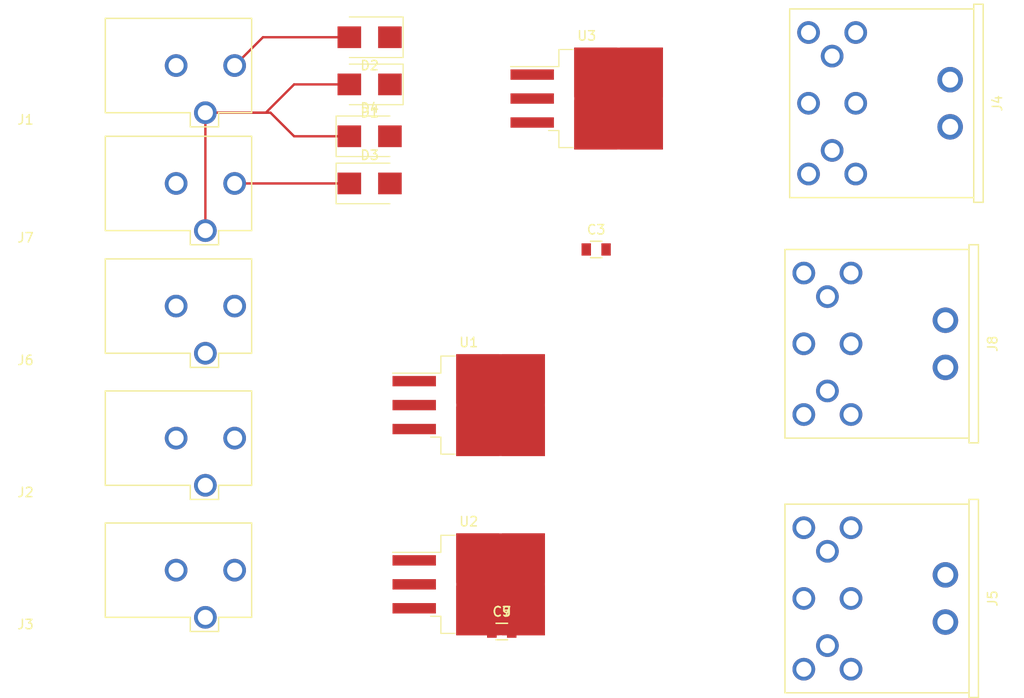
<source format=kicad_pcb>
(kicad_pcb (version 4) (host pcbnew 4.0.7-e0-6372~58~ubuntu16.10.1)

  (general
    (links 45)
    (no_connects 25)
    (area 95.266667 37.925 204.075 112.275001)
    (thickness 1.6)
    (drawings 0)
    (tracks 10)
    (zones 0)
    (modules 19)
    (nets 20)
  )

  (page A4)
  (layers
    (0 F.Cu signal)
    (31 B.Cu signal)
    (32 B.Adhes user)
    (33 F.Adhes user)
    (34 B.Paste user)
    (35 F.Paste user)
    (36 B.SilkS user)
    (37 F.SilkS user)
    (38 B.Mask user)
    (39 F.Mask user)
    (40 Dwgs.User user)
    (41 Cmts.User user)
    (42 Eco1.User user)
    (43 Eco2.User user)
    (44 Edge.Cuts user)
    (45 Margin user)
    (46 B.CrtYd user)
    (47 F.CrtYd user)
    (48 B.Fab user)
    (49 F.Fab user)
  )

  (setup
    (last_trace_width 0.25)
    (trace_clearance 0.2)
    (zone_clearance 0.508)
    (zone_45_only no)
    (trace_min 0.2)
    (segment_width 0.2)
    (edge_width 0.15)
    (via_size 0.6)
    (via_drill 0.4)
    (via_min_size 0.4)
    (via_min_drill 0.3)
    (uvia_size 0.3)
    (uvia_drill 0.1)
    (uvias_allowed no)
    (uvia_min_size 0.2)
    (uvia_min_drill 0.1)
    (pcb_text_width 0.3)
    (pcb_text_size 1.5 1.5)
    (mod_edge_width 0.15)
    (mod_text_size 1 1)
    (mod_text_width 0.15)
    (pad_size 1.524 1.524)
    (pad_drill 0.762)
    (pad_to_mask_clearance 0.2)
    (aux_axis_origin 0 0)
    (visible_elements FFFFFF7F)
    (pcbplotparams
      (layerselection 0x00030_80000001)
      (usegerberextensions false)
      (excludeedgelayer true)
      (linewidth 0.100000)
      (plotframeref false)
      (viasonmask false)
      (mode 1)
      (useauxorigin false)
      (hpglpennumber 1)
      (hpglpenspeed 20)
      (hpglpendiameter 15)
      (hpglpenoverlay 2)
      (psnegative false)
      (psa4output false)
      (plotreference true)
      (plotvalue true)
      (plotinvisibletext false)
      (padsonsilk false)
      (subtractmaskfromsilk false)
      (outputformat 1)
      (mirror false)
      (drillshape 1)
      (scaleselection 1)
      (outputdirectory ""))
  )

  (net 0 "")
  (net 1 +9V)
  (net 2 GND)
  (net 3 "Net-(C4-Pad1)")
  (net 4 "Net-(C6-Pad1)")
  (net 5 "Net-(C8-Pad1)")
  (net 6 9V_AC)
  (net 7 9V_AC2)
  (net 8 "Net-(J4-Pad3)")
  (net 9 "Net-(J4-Pad7)")
  (net 10 "Net-(J4-Pad6)")
  (net 11 "Net-(J4-Pad2)")
  (net 12 "Net-(J4-Pad1)")
  (net 13 "Net-(J4-Pad5)")
  (net 14 "Net-(J4-Pad4)")
  (net 15 "Net-(J8-Pad3)")
  (net 16 "Net-(J8-Pad2)")
  (net 17 "Net-(J8-Pad1)")
  (net 18 "Net-(J8-Pad5)")
  (net 19 "Net-(J8-Pad4)")

  (net_class Default "This is the default net class."
    (clearance 0.2)
    (trace_width 0.25)
    (via_dia 0.6)
    (via_drill 0.4)
    (uvia_dia 0.3)
    (uvia_drill 0.1)
    (add_net +9V)
    (add_net 9V_AC)
    (add_net 9V_AC2)
    (add_net GND)
    (add_net "Net-(C4-Pad1)")
    (add_net "Net-(C6-Pad1)")
    (add_net "Net-(C8-Pad1)")
    (add_net "Net-(J4-Pad1)")
    (add_net "Net-(J4-Pad2)")
    (add_net "Net-(J4-Pad3)")
    (add_net "Net-(J4-Pad4)")
    (add_net "Net-(J4-Pad5)")
    (add_net "Net-(J4-Pad6)")
    (add_net "Net-(J4-Pad7)")
    (add_net "Net-(J8-Pad1)")
    (add_net "Net-(J8-Pad2)")
    (add_net "Net-(J8-Pad3)")
    (add_net "Net-(J8-Pad4)")
    (add_net "Net-(J8-Pad5)")
  )

  (module Resistors_SMD_Addons:R_0805_HandSolder (layer F.Cu) (tedit 583A0181) (tstamp 5C666911)
    (at 158.5 64.5)
    (descr "Resistor SMD 0805, reflow soldering, Vishay (see dcrcw.pdf)")
    (tags "resistor 0805 handsoldering")
    (path /5C5E3738)
    (attr smd)
    (fp_text reference C3 (at 0 -2.1) (layer F.SilkS)
      (effects (font (size 1 1) (thickness 0.15)))
    )
    (fp_text value "100 nF" (at 0 2.1) (layer F.Fab)
      (effects (font (size 1 1) (thickness 0.15)))
    )
    (fp_line (start -1 0.625) (end -1 -0.625) (layer F.Fab) (width 0.1))
    (fp_line (start 1 0.625) (end -1 0.625) (layer F.Fab) (width 0.1))
    (fp_line (start 1 -0.625) (end 1 0.625) (layer F.Fab) (width 0.1))
    (fp_line (start -1 -0.625) (end 1 -0.625) (layer F.Fab) (width 0.1))
    (fp_line (start -1.6 -1) (end 1.6 -1) (layer F.CrtYd) (width 0.05))
    (fp_line (start -1.6 1) (end 1.6 1) (layer F.CrtYd) (width 0.05))
    (fp_line (start -1.6 -1) (end -1.6 1) (layer F.CrtYd) (width 0.05))
    (fp_line (start 1.6 -1) (end 1.6 1) (layer F.CrtYd) (width 0.05))
    (fp_line (start 0.6 0.875) (end -0.6 0.875) (layer F.SilkS) (width 0.15))
    (fp_line (start -0.6 -0.875) (end 0.6 -0.875) (layer F.SilkS) (width 0.15))
    (pad 1 smd rect (at -1.05 0) (size 1 1.3) (layers F.Cu F.Paste F.Mask)
      (net 1 +9V))
    (pad 2 smd rect (at 1.05 0) (size 1 1.3) (layers F.Cu F.Paste F.Mask)
      (net 2 GND))
    (model Resistors_SMD.3dshapes/R_0805.wrl
      (at (xyz 0 0 0))
      (scale (xyz 1 1 1))
      (rotate (xyz 0 0 0))
    )
  )

  (module Resistors_SMD_Addons:R_0805_HandSolder (layer F.Cu) (tedit 583A0181) (tstamp 5C666917)
    (at 148.5011 105.0036)
    (descr "Resistor SMD 0805, reflow soldering, Vishay (see dcrcw.pdf)")
    (tags "resistor 0805 handsoldering")
    (path /5C633292)
    (attr smd)
    (fp_text reference C5 (at 0 -2.1) (layer F.SilkS)
      (effects (font (size 1 1) (thickness 0.15)))
    )
    (fp_text value "100 nF" (at 0 2.1) (layer F.Fab)
      (effects (font (size 1 1) (thickness 0.15)))
    )
    (fp_line (start -1 0.625) (end -1 -0.625) (layer F.Fab) (width 0.1))
    (fp_line (start 1 0.625) (end -1 0.625) (layer F.Fab) (width 0.1))
    (fp_line (start 1 -0.625) (end 1 0.625) (layer F.Fab) (width 0.1))
    (fp_line (start -1 -0.625) (end 1 -0.625) (layer F.Fab) (width 0.1))
    (fp_line (start -1.6 -1) (end 1.6 -1) (layer F.CrtYd) (width 0.05))
    (fp_line (start -1.6 1) (end 1.6 1) (layer F.CrtYd) (width 0.05))
    (fp_line (start -1.6 -1) (end -1.6 1) (layer F.CrtYd) (width 0.05))
    (fp_line (start 1.6 -1) (end 1.6 1) (layer F.CrtYd) (width 0.05))
    (fp_line (start 0.6 0.875) (end -0.6 0.875) (layer F.SilkS) (width 0.15))
    (fp_line (start -0.6 -0.875) (end 0.6 -0.875) (layer F.SilkS) (width 0.15))
    (pad 1 smd rect (at -1.05 0) (size 1 1.3) (layers F.Cu F.Paste F.Mask)
      (net 3 "Net-(C4-Pad1)"))
    (pad 2 smd rect (at 1.05 0) (size 1 1.3) (layers F.Cu F.Paste F.Mask)
      (net 2 GND))
    (model Resistors_SMD.3dshapes/R_0805.wrl
      (at (xyz 0 0 0))
      (scale (xyz 1 1 1))
      (rotate (xyz 0 0 0))
    )
  )

  (module Resistors_SMD_Addons:R_0805_HandSolder (layer F.Cu) (tedit 583A0181) (tstamp 5C66691D)
    (at 148.5011 105.0036)
    (descr "Resistor SMD 0805, reflow soldering, Vishay (see dcrcw.pdf)")
    (tags "resistor 0805 handsoldering")
    (path /5C632AAC)
    (attr smd)
    (fp_text reference C7 (at 0 -2.1) (layer F.SilkS)
      (effects (font (size 1 1) (thickness 0.15)))
    )
    (fp_text value "100 nF" (at 0 2.1) (layer F.Fab)
      (effects (font (size 1 1) (thickness 0.15)))
    )
    (fp_line (start -1 0.625) (end -1 -0.625) (layer F.Fab) (width 0.1))
    (fp_line (start 1 0.625) (end -1 0.625) (layer F.Fab) (width 0.1))
    (fp_line (start 1 -0.625) (end 1 0.625) (layer F.Fab) (width 0.1))
    (fp_line (start -1 -0.625) (end 1 -0.625) (layer F.Fab) (width 0.1))
    (fp_line (start -1.6 -1) (end 1.6 -1) (layer F.CrtYd) (width 0.05))
    (fp_line (start -1.6 1) (end 1.6 1) (layer F.CrtYd) (width 0.05))
    (fp_line (start -1.6 -1) (end -1.6 1) (layer F.CrtYd) (width 0.05))
    (fp_line (start 1.6 -1) (end 1.6 1) (layer F.CrtYd) (width 0.05))
    (fp_line (start 0.6 0.875) (end -0.6 0.875) (layer F.SilkS) (width 0.15))
    (fp_line (start -0.6 -0.875) (end 0.6 -0.875) (layer F.SilkS) (width 0.15))
    (pad 1 smd rect (at -1.05 0) (size 1 1.3) (layers F.Cu F.Paste F.Mask)
      (net 4 "Net-(C6-Pad1)"))
    (pad 2 smd rect (at 1.05 0) (size 1 1.3) (layers F.Cu F.Paste F.Mask)
      (net 2 GND))
    (model Resistors_SMD.3dshapes/R_0805.wrl
      (at (xyz 0 0 0))
      (scale (xyz 1 1 1))
      (rotate (xyz 0 0 0))
    )
  )

  (module Resistors_SMD_Addons:R_0805_HandSolder (layer F.Cu) (tedit 583A0181) (tstamp 5C666923)
    (at 148.5011 105.0036)
    (descr "Resistor SMD 0805, reflow soldering, Vishay (see dcrcw.pdf)")
    (tags "resistor 0805 handsoldering")
    (path /5C631E65)
    (attr smd)
    (fp_text reference C9 (at 0 -2.1) (layer F.SilkS)
      (effects (font (size 1 1) (thickness 0.15)))
    )
    (fp_text value "100 nF" (at 0 2.1) (layer F.Fab)
      (effects (font (size 1 1) (thickness 0.15)))
    )
    (fp_line (start -1 0.625) (end -1 -0.625) (layer F.Fab) (width 0.1))
    (fp_line (start 1 0.625) (end -1 0.625) (layer F.Fab) (width 0.1))
    (fp_line (start 1 -0.625) (end 1 0.625) (layer F.Fab) (width 0.1))
    (fp_line (start -1 -0.625) (end 1 -0.625) (layer F.Fab) (width 0.1))
    (fp_line (start -1.6 -1) (end 1.6 -1) (layer F.CrtYd) (width 0.05))
    (fp_line (start -1.6 1) (end 1.6 1) (layer F.CrtYd) (width 0.05))
    (fp_line (start -1.6 -1) (end -1.6 1) (layer F.CrtYd) (width 0.05))
    (fp_line (start 1.6 -1) (end 1.6 1) (layer F.CrtYd) (width 0.05))
    (fp_line (start 0.6 0.875) (end -0.6 0.875) (layer F.SilkS) (width 0.15))
    (fp_line (start -0.6 -0.875) (end 0.6 -0.875) (layer F.SilkS) (width 0.15))
    (pad 1 smd rect (at -1.05 0) (size 1 1.3) (layers F.Cu F.Paste F.Mask)
      (net 5 "Net-(C8-Pad1)"))
    (pad 2 smd rect (at 1.05 0) (size 1 1.3) (layers F.Cu F.Paste F.Mask)
      (net 2 GND))
    (model Resistors_SMD.3dshapes/R_0805.wrl
      (at (xyz 0 0 0))
      (scale (xyz 1 1 1))
      (rotate (xyz 0 0 0))
    )
  )

  (module Diodes_SMD:D_SMB (layer F.Cu) (tedit 58645DF3) (tstamp 5C666929)
    (at 134.5 47 180)
    (descr "Diode SMB (DO-214AA)")
    (tags "Diode SMB (DO-214AA)")
    (path /5C5E31DF)
    (attr smd)
    (fp_text reference D1 (at 0 -3 180) (layer F.SilkS)
      (effects (font (size 1 1) (thickness 0.15)))
    )
    (fp_text value D (at 0 3.1 180) (layer F.Fab)
      (effects (font (size 1 1) (thickness 0.15)))
    )
    (fp_text user %R (at 0 -3 180) (layer F.Fab)
      (effects (font (size 1 1) (thickness 0.15)))
    )
    (fp_line (start -3.55 -2.15) (end -3.55 2.15) (layer F.SilkS) (width 0.12))
    (fp_line (start 2.3 2) (end -2.3 2) (layer F.Fab) (width 0.1))
    (fp_line (start -2.3 2) (end -2.3 -2) (layer F.Fab) (width 0.1))
    (fp_line (start 2.3 -2) (end 2.3 2) (layer F.Fab) (width 0.1))
    (fp_line (start 2.3 -2) (end -2.3 -2) (layer F.Fab) (width 0.1))
    (fp_line (start -3.65 -2.25) (end 3.65 -2.25) (layer F.CrtYd) (width 0.05))
    (fp_line (start 3.65 -2.25) (end 3.65 2.25) (layer F.CrtYd) (width 0.05))
    (fp_line (start 3.65 2.25) (end -3.65 2.25) (layer F.CrtYd) (width 0.05))
    (fp_line (start -3.65 2.25) (end -3.65 -2.25) (layer F.CrtYd) (width 0.05))
    (fp_line (start -0.64944 0.00102) (end -1.55114 0.00102) (layer F.Fab) (width 0.1))
    (fp_line (start 0.50118 0.00102) (end 1.4994 0.00102) (layer F.Fab) (width 0.1))
    (fp_line (start -0.64944 -0.79908) (end -0.64944 0.80112) (layer F.Fab) (width 0.1))
    (fp_line (start 0.50118 0.75032) (end 0.50118 -0.79908) (layer F.Fab) (width 0.1))
    (fp_line (start -0.64944 0.00102) (end 0.50118 0.75032) (layer F.Fab) (width 0.1))
    (fp_line (start -0.64944 0.00102) (end 0.50118 -0.79908) (layer F.Fab) (width 0.1))
    (fp_line (start -3.55 2.15) (end 2.15 2.15) (layer F.SilkS) (width 0.12))
    (fp_line (start -3.55 -2.15) (end 2.15 -2.15) (layer F.SilkS) (width 0.12))
    (pad 1 smd rect (at -2.15 0 180) (size 2.5 2.3) (layers F.Cu F.Paste F.Mask)
      (net 1 +9V))
    (pad 2 smd rect (at 2.15 0 180) (size 2.5 2.3) (layers F.Cu F.Paste F.Mask)
      (net 6 9V_AC))
    (model ${KISYS3DMOD}/Diodes_SMD.3dshapes/D_SMB.wrl
      (at (xyz 0 0 0))
      (scale (xyz 1 1 1))
      (rotate (xyz 0 0 0))
    )
  )

  (module Diodes_SMD:D_SMB (layer F.Cu) (tedit 58645DF3) (tstamp 5C66692F)
    (at 134.5 42 180)
    (descr "Diode SMB (DO-214AA)")
    (tags "Diode SMB (DO-214AA)")
    (path /5C5E3222)
    (attr smd)
    (fp_text reference D2 (at 0 -3 180) (layer F.SilkS)
      (effects (font (size 1 1) (thickness 0.15)))
    )
    (fp_text value D (at 0 3.1 180) (layer F.Fab)
      (effects (font (size 1 1) (thickness 0.15)))
    )
    (fp_text user %R (at 0 -3 180) (layer F.Fab)
      (effects (font (size 1 1) (thickness 0.15)))
    )
    (fp_line (start -3.55 -2.15) (end -3.55 2.15) (layer F.SilkS) (width 0.12))
    (fp_line (start 2.3 2) (end -2.3 2) (layer F.Fab) (width 0.1))
    (fp_line (start -2.3 2) (end -2.3 -2) (layer F.Fab) (width 0.1))
    (fp_line (start 2.3 -2) (end 2.3 2) (layer F.Fab) (width 0.1))
    (fp_line (start 2.3 -2) (end -2.3 -2) (layer F.Fab) (width 0.1))
    (fp_line (start -3.65 -2.25) (end 3.65 -2.25) (layer F.CrtYd) (width 0.05))
    (fp_line (start 3.65 -2.25) (end 3.65 2.25) (layer F.CrtYd) (width 0.05))
    (fp_line (start 3.65 2.25) (end -3.65 2.25) (layer F.CrtYd) (width 0.05))
    (fp_line (start -3.65 2.25) (end -3.65 -2.25) (layer F.CrtYd) (width 0.05))
    (fp_line (start -0.64944 0.00102) (end -1.55114 0.00102) (layer F.Fab) (width 0.1))
    (fp_line (start 0.50118 0.00102) (end 1.4994 0.00102) (layer F.Fab) (width 0.1))
    (fp_line (start -0.64944 -0.79908) (end -0.64944 0.80112) (layer F.Fab) (width 0.1))
    (fp_line (start 0.50118 0.75032) (end 0.50118 -0.79908) (layer F.Fab) (width 0.1))
    (fp_line (start -0.64944 0.00102) (end 0.50118 0.75032) (layer F.Fab) (width 0.1))
    (fp_line (start -0.64944 0.00102) (end 0.50118 -0.79908) (layer F.Fab) (width 0.1))
    (fp_line (start -3.55 2.15) (end 2.15 2.15) (layer F.SilkS) (width 0.12))
    (fp_line (start -3.55 -2.15) (end 2.15 -2.15) (layer F.SilkS) (width 0.12))
    (pad 1 smd rect (at -2.15 0 180) (size 2.5 2.3) (layers F.Cu F.Paste F.Mask)
      (net 1 +9V))
    (pad 2 smd rect (at 2.15 0 180) (size 2.5 2.3) (layers F.Cu F.Paste F.Mask)
      (net 7 9V_AC2))
    (model ${KISYS3DMOD}/Diodes_SMD.3dshapes/D_SMB.wrl
      (at (xyz 0 0 0))
      (scale (xyz 1 1 1))
      (rotate (xyz 0 0 0))
    )
  )

  (module Diodes_SMD:D_SMB (layer F.Cu) (tedit 58645DF3) (tstamp 5C666935)
    (at 134.5 57.5)
    (descr "Diode SMB (DO-214AA)")
    (tags "Diode SMB (DO-214AA)")
    (path /5C5E353E)
    (attr smd)
    (fp_text reference D3 (at 0 -3) (layer F.SilkS)
      (effects (font (size 1 1) (thickness 0.15)))
    )
    (fp_text value D (at 0 3.1) (layer F.Fab)
      (effects (font (size 1 1) (thickness 0.15)))
    )
    (fp_text user %R (at 0 -3) (layer F.Fab)
      (effects (font (size 1 1) (thickness 0.15)))
    )
    (fp_line (start -3.55 -2.15) (end -3.55 2.15) (layer F.SilkS) (width 0.12))
    (fp_line (start 2.3 2) (end -2.3 2) (layer F.Fab) (width 0.1))
    (fp_line (start -2.3 2) (end -2.3 -2) (layer F.Fab) (width 0.1))
    (fp_line (start 2.3 -2) (end 2.3 2) (layer F.Fab) (width 0.1))
    (fp_line (start 2.3 -2) (end -2.3 -2) (layer F.Fab) (width 0.1))
    (fp_line (start -3.65 -2.25) (end 3.65 -2.25) (layer F.CrtYd) (width 0.05))
    (fp_line (start 3.65 -2.25) (end 3.65 2.25) (layer F.CrtYd) (width 0.05))
    (fp_line (start 3.65 2.25) (end -3.65 2.25) (layer F.CrtYd) (width 0.05))
    (fp_line (start -3.65 2.25) (end -3.65 -2.25) (layer F.CrtYd) (width 0.05))
    (fp_line (start -0.64944 0.00102) (end -1.55114 0.00102) (layer F.Fab) (width 0.1))
    (fp_line (start 0.50118 0.00102) (end 1.4994 0.00102) (layer F.Fab) (width 0.1))
    (fp_line (start -0.64944 -0.79908) (end -0.64944 0.80112) (layer F.Fab) (width 0.1))
    (fp_line (start 0.50118 0.75032) (end 0.50118 -0.79908) (layer F.Fab) (width 0.1))
    (fp_line (start -0.64944 0.00102) (end 0.50118 0.75032) (layer F.Fab) (width 0.1))
    (fp_line (start -0.64944 0.00102) (end 0.50118 -0.79908) (layer F.Fab) (width 0.1))
    (fp_line (start -3.55 2.15) (end 2.15 2.15) (layer F.SilkS) (width 0.12))
    (fp_line (start -3.55 -2.15) (end 2.15 -2.15) (layer F.SilkS) (width 0.12))
    (pad 1 smd rect (at -2.15 0) (size 2.5 2.3) (layers F.Cu F.Paste F.Mask)
      (net 7 9V_AC2))
    (pad 2 smd rect (at 2.15 0) (size 2.5 2.3) (layers F.Cu F.Paste F.Mask)
      (net 2 GND))
    (model ${KISYS3DMOD}/Diodes_SMD.3dshapes/D_SMB.wrl
      (at (xyz 0 0 0))
      (scale (xyz 1 1 1))
      (rotate (xyz 0 0 0))
    )
  )

  (module Diodes_SMD:D_SMB (layer F.Cu) (tedit 58645DF3) (tstamp 5C66693B)
    (at 134.5 52.5)
    (descr "Diode SMB (DO-214AA)")
    (tags "Diode SMB (DO-214AA)")
    (path /5C5E359C)
    (attr smd)
    (fp_text reference D4 (at 0 -3) (layer F.SilkS)
      (effects (font (size 1 1) (thickness 0.15)))
    )
    (fp_text value D (at 0 3.1) (layer F.Fab)
      (effects (font (size 1 1) (thickness 0.15)))
    )
    (fp_text user %R (at 0 -3) (layer F.Fab)
      (effects (font (size 1 1) (thickness 0.15)))
    )
    (fp_line (start -3.55 -2.15) (end -3.55 2.15) (layer F.SilkS) (width 0.12))
    (fp_line (start 2.3 2) (end -2.3 2) (layer F.Fab) (width 0.1))
    (fp_line (start -2.3 2) (end -2.3 -2) (layer F.Fab) (width 0.1))
    (fp_line (start 2.3 -2) (end 2.3 2) (layer F.Fab) (width 0.1))
    (fp_line (start 2.3 -2) (end -2.3 -2) (layer F.Fab) (width 0.1))
    (fp_line (start -3.65 -2.25) (end 3.65 -2.25) (layer F.CrtYd) (width 0.05))
    (fp_line (start 3.65 -2.25) (end 3.65 2.25) (layer F.CrtYd) (width 0.05))
    (fp_line (start 3.65 2.25) (end -3.65 2.25) (layer F.CrtYd) (width 0.05))
    (fp_line (start -3.65 2.25) (end -3.65 -2.25) (layer F.CrtYd) (width 0.05))
    (fp_line (start -0.64944 0.00102) (end -1.55114 0.00102) (layer F.Fab) (width 0.1))
    (fp_line (start 0.50118 0.00102) (end 1.4994 0.00102) (layer F.Fab) (width 0.1))
    (fp_line (start -0.64944 -0.79908) (end -0.64944 0.80112) (layer F.Fab) (width 0.1))
    (fp_line (start 0.50118 0.75032) (end 0.50118 -0.79908) (layer F.Fab) (width 0.1))
    (fp_line (start -0.64944 0.00102) (end 0.50118 0.75032) (layer F.Fab) (width 0.1))
    (fp_line (start -0.64944 0.00102) (end 0.50118 -0.79908) (layer F.Fab) (width 0.1))
    (fp_line (start -3.55 2.15) (end 2.15 2.15) (layer F.SilkS) (width 0.12))
    (fp_line (start -3.55 -2.15) (end 2.15 -2.15) (layer F.SilkS) (width 0.12))
    (pad 1 smd rect (at -2.15 0) (size 2.5 2.3) (layers F.Cu F.Paste F.Mask)
      (net 6 9V_AC))
    (pad 2 smd rect (at 2.15 0) (size 2.5 2.3) (layers F.Cu F.Paste F.Mask)
      (net 2 GND))
    (model ${KISYS3DMOD}/Diodes_SMD.3dshapes/D_SMB.wrl
      (at (xyz 0 0 0))
      (scale (xyz 1 1 1))
      (rotate (xyz 0 0 0))
    )
  )

  (module Connect_Addons:BARREL_JACK_CLIFF_FC681465P (layer F.Cu) (tedit 5887D953) (tstamp 5C666942)
    (at 106.5 45)
    (descr "DC Barrel Jack SMD CLIFF   FC681465P")
    (tags "Power Jack")
    (path /5C5E316F)
    (fp_text reference J1 (at -8.45 5.75 180) (layer F.SilkS)
      (effects (font (size 1 1) (thickness 0.15)))
    )
    (fp_text value CONN_01X02 (at -6.2 -5.5) (layer F.Fab)
      (effects (font (size 1 1) (thickness 0.15)))
    )
    (fp_line (start 0 -5) (end 15.5 -5) (layer F.SilkS) (width 0.15))
    (fp_line (start 15.5 -5) (end 15.5 5) (layer F.SilkS) (width 0.15))
    (fp_line (start 15.5 5) (end 12 5) (layer F.SilkS) (width 0.15))
    (fp_line (start 12 5) (end 12 6.5) (layer F.SilkS) (width 0.15))
    (fp_line (start 12 6.5) (end 9 6.5) (layer F.SilkS) (width 0.15))
    (fp_line (start 9 6.5) (end 9 5) (layer F.SilkS) (width 0.15))
    (fp_line (start 9 5) (end 0 5) (layer F.SilkS) (width 0.15))
    (fp_line (start 0 5) (end 0 -5) (layer F.SilkS) (width 0.15))
    (pad 1 thru_hole circle (at 13.7 0) (size 2.4 2.4) (drill 1.6) (layers *.Cu *.Mask)
      (net 7 9V_AC2))
    (pad 2 thru_hole circle (at 10.6 5) (size 2.4 2.4) (drill 1.6) (layers *.Cu *.Mask)
      (net 6 9V_AC))
    (pad 3 thru_hole circle (at 7.5 0) (size 2.4 2.4) (drill 1.6) (layers *.Cu *.Mask))
  )

  (module Connect_Addons:BARREL_JACK_CLIFF_FC681465P (layer F.Cu) (tedit 5887D953) (tstamp 5C666949)
    (at 106.5 84.5)
    (descr "DC Barrel Jack SMD CLIFF   FC681465P")
    (tags "Power Jack")
    (path /5C628FAB)
    (fp_text reference J2 (at -8.45 5.75 180) (layer F.SilkS)
      (effects (font (size 1 1) (thickness 0.15)))
    )
    (fp_text value CONN_01X02 (at -6.2 -5.5) (layer F.Fab)
      (effects (font (size 1 1) (thickness 0.15)))
    )
    (fp_line (start 0 -5) (end 15.5 -5) (layer F.SilkS) (width 0.15))
    (fp_line (start 15.5 -5) (end 15.5 5) (layer F.SilkS) (width 0.15))
    (fp_line (start 15.5 5) (end 12 5) (layer F.SilkS) (width 0.15))
    (fp_line (start 12 5) (end 12 6.5) (layer F.SilkS) (width 0.15))
    (fp_line (start 12 6.5) (end 9 6.5) (layer F.SilkS) (width 0.15))
    (fp_line (start 9 6.5) (end 9 5) (layer F.SilkS) (width 0.15))
    (fp_line (start 9 5) (end 0 5) (layer F.SilkS) (width 0.15))
    (fp_line (start 0 5) (end 0 -5) (layer F.SilkS) (width 0.15))
    (pad 1 thru_hole circle (at 13.7 0) (size 2.4 2.4) (drill 1.6) (layers *.Cu *.Mask)
      (net 3 "Net-(C4-Pad1)"))
    (pad 2 thru_hole circle (at 10.6 5) (size 2.4 2.4) (drill 1.6) (layers *.Cu *.Mask)
      (net 2 GND))
    (pad 3 thru_hole circle (at 7.5 0) (size 2.4 2.4) (drill 1.6) (layers *.Cu *.Mask))
  )

  (module Connect_Addons:BARREL_JACK_CLIFF_FC681465P (layer F.Cu) (tedit 5887D953) (tstamp 5C666950)
    (at 106.5 98.5)
    (descr "DC Barrel Jack SMD CLIFF   FC681465P")
    (tags "Power Jack")
    (path /5C631B5F)
    (fp_text reference J3 (at -8.45 5.75 180) (layer F.SilkS)
      (effects (font (size 1 1) (thickness 0.15)))
    )
    (fp_text value CONN_01X02 (at -6.2 -5.5) (layer F.Fab)
      (effects (font (size 1 1) (thickness 0.15)))
    )
    (fp_line (start 0 -5) (end 15.5 -5) (layer F.SilkS) (width 0.15))
    (fp_line (start 15.5 -5) (end 15.5 5) (layer F.SilkS) (width 0.15))
    (fp_line (start 15.5 5) (end 12 5) (layer F.SilkS) (width 0.15))
    (fp_line (start 12 5) (end 12 6.5) (layer F.SilkS) (width 0.15))
    (fp_line (start 12 6.5) (end 9 6.5) (layer F.SilkS) (width 0.15))
    (fp_line (start 9 6.5) (end 9 5) (layer F.SilkS) (width 0.15))
    (fp_line (start 9 5) (end 0 5) (layer F.SilkS) (width 0.15))
    (fp_line (start 0 5) (end 0 -5) (layer F.SilkS) (width 0.15))
    (pad 1 thru_hole circle (at 13.7 0) (size 2.4 2.4) (drill 1.6) (layers *.Cu *.Mask)
      (net 4 "Net-(C6-Pad1)"))
    (pad 2 thru_hole circle (at 10.6 5) (size 2.4 2.4) (drill 1.6) (layers *.Cu *.Mask)
      (net 2 GND))
    (pad 3 thru_hole circle (at 7.5 0) (size 2.4 2.4) (drill 1.6) (layers *.Cu *.Mask))
  )

  (module Connect_Addons:CLIFF_DIN7SA (layer F.Cu) (tedit 588A5951) (tstamp 5C66695E)
    (at 198.5 49 180)
    (path /5C65F672)
    (fp_text reference J4 (at -2.5 0 270) (layer F.SilkS)
      (effects (font (size 1 1) (thickness 0.15)))
    )
    (fp_text value CONN_01X07 (at -4.5 0 270) (layer F.Fab)
      (effects (font (size 1 1) (thickness 0.15)))
    )
    (fp_line (start 0 -10) (end 19.5 -10) (layer F.SilkS) (width 0.15))
    (fp_line (start 19.5 -10) (end 19.5 10) (layer F.SilkS) (width 0.15))
    (fp_line (start 19.5 10) (end 0 10) (layer F.SilkS) (width 0.15))
    (fp_line (start 0 -10.5) (end 0 10.5) (layer F.SilkS) (width 0.15))
    (fp_line (start 0 10.5) (end -1 10.5) (layer F.SilkS) (width 0.15))
    (fp_line (start -1 10.5) (end -1 -10.5) (layer F.SilkS) (width 0.15))
    (fp_line (start -1 -10.5) (end 0 -10.5) (layer F.SilkS) (width 0.15))
    (pad "" np_thru_hole circle (at 2.5 2.5 180) (size 2.7 2.7) (drill 1.7) (layers *.Cu *.Mask))
    (pad "" np_thru_hole circle (at 2.5 -2.5 180) (size 2.7 2.7) (drill 1.7) (layers *.Cu *.Mask))
    (pad 8 thru_hole circle (at 17.5 7.5 180) (size 2.4 2.4) (drill 1.6) (layers *.Cu *.Mask))
    (pad 3 thru_hole circle (at 12.5 7.5 180) (size 2.4 2.4) (drill 1.6) (layers *.Cu *.Mask)
      (net 8 "Net-(J4-Pad3)"))
    (pad 7 thru_hole circle (at 17.5 0 180) (size 2.4 2.4) (drill 1.6) (layers *.Cu *.Mask)
      (net 9 "Net-(J4-Pad7)"))
    (pad 6 thru_hole circle (at 17.5 -7.5 180) (size 2.4 2.4) (drill 1.6) (layers *.Cu *.Mask)
      (net 10 "Net-(J4-Pad6)"))
    (pad 2 thru_hole circle (at 12.5 0 180) (size 2.4 2.4) (drill 1.6) (layers *.Cu *.Mask)
      (net 11 "Net-(J4-Pad2)"))
    (pad 1 thru_hole circle (at 12.5 -7.5 180) (size 2.4 2.4) (drill 1.6) (layers *.Cu *.Mask)
      (net 12 "Net-(J4-Pad1)"))
    (pad 5 thru_hole circle (at 15 5 180) (size 2.4 2.4) (drill 1.6) (layers *.Cu *.Mask)
      (net 13 "Net-(J4-Pad5)"))
    (pad 4 thru_hole circle (at 15 -5 180) (size 2.4 2.4) (drill 1.6) (layers *.Cu *.Mask)
      (net 14 "Net-(J4-Pad4)"))
  )

  (module Connect_Addons:CLIFF_DIN7SA (layer F.Cu) (tedit 588A5951) (tstamp 5C66696C)
    (at 198 101.5 180)
    (path /5C62908D)
    (fp_text reference J5 (at -2.5 0 270) (layer F.SilkS)
      (effects (font (size 1 1) (thickness 0.15)))
    )
    (fp_text value CONN_01X02 (at -4.5 0 270) (layer F.Fab)
      (effects (font (size 1 1) (thickness 0.15)))
    )
    (fp_line (start 0 -10) (end 19.5 -10) (layer F.SilkS) (width 0.15))
    (fp_line (start 19.5 -10) (end 19.5 10) (layer F.SilkS) (width 0.15))
    (fp_line (start 19.5 10) (end 0 10) (layer F.SilkS) (width 0.15))
    (fp_line (start 0 -10.5) (end 0 10.5) (layer F.SilkS) (width 0.15))
    (fp_line (start 0 10.5) (end -1 10.5) (layer F.SilkS) (width 0.15))
    (fp_line (start -1 10.5) (end -1 -10.5) (layer F.SilkS) (width 0.15))
    (fp_line (start -1 -10.5) (end 0 -10.5) (layer F.SilkS) (width 0.15))
    (pad "" np_thru_hole circle (at 2.5 2.5 180) (size 2.7 2.7) (drill 1.7) (layers *.Cu *.Mask))
    (pad "" np_thru_hole circle (at 2.5 -2.5 180) (size 2.7 2.7) (drill 1.7) (layers *.Cu *.Mask))
    (pad 8 thru_hole circle (at 17.5 7.5 180) (size 2.4 2.4) (drill 1.6) (layers *.Cu *.Mask))
    (pad 3 thru_hole circle (at 12.5 7.5 180) (size 2.4 2.4) (drill 1.6) (layers *.Cu *.Mask))
    (pad 7 thru_hole circle (at 17.5 0 180) (size 2.4 2.4) (drill 1.6) (layers *.Cu *.Mask))
    (pad 6 thru_hole circle (at 17.5 -7.5 180) (size 2.4 2.4) (drill 1.6) (layers *.Cu *.Mask))
    (pad 2 thru_hole circle (at 12.5 0 180) (size 2.4 2.4) (drill 1.6) (layers *.Cu *.Mask)
      (net 6 9V_AC))
    (pad 1 thru_hole circle (at 12.5 -7.5 180) (size 2.4 2.4) (drill 1.6) (layers *.Cu *.Mask)
      (net 7 9V_AC2))
    (pad 5 thru_hole circle (at 15 5 180) (size 2.4 2.4) (drill 1.6) (layers *.Cu *.Mask))
    (pad 4 thru_hole circle (at 15 -5 180) (size 2.4 2.4) (drill 1.6) (layers *.Cu *.Mask))
  )

  (module Connect_Addons:BARREL_JACK_CLIFF_FC681465P (layer F.Cu) (tedit 5887D953) (tstamp 5C666973)
    (at 106.5 70.5)
    (descr "DC Barrel Jack SMD CLIFF   FC681465P")
    (tags "Power Jack")
    (path /5C631CD9)
    (fp_text reference J6 (at -8.45 5.75 180) (layer F.SilkS)
      (effects (font (size 1 1) (thickness 0.15)))
    )
    (fp_text value CONN_01X02 (at -6.2 -5.5) (layer F.Fab)
      (effects (font (size 1 1) (thickness 0.15)))
    )
    (fp_line (start 0 -5) (end 15.5 -5) (layer F.SilkS) (width 0.15))
    (fp_line (start 15.5 -5) (end 15.5 5) (layer F.SilkS) (width 0.15))
    (fp_line (start 15.5 5) (end 12 5) (layer F.SilkS) (width 0.15))
    (fp_line (start 12 5) (end 12 6.5) (layer F.SilkS) (width 0.15))
    (fp_line (start 12 6.5) (end 9 6.5) (layer F.SilkS) (width 0.15))
    (fp_line (start 9 6.5) (end 9 5) (layer F.SilkS) (width 0.15))
    (fp_line (start 9 5) (end 0 5) (layer F.SilkS) (width 0.15))
    (fp_line (start 0 5) (end 0 -5) (layer F.SilkS) (width 0.15))
    (pad 1 thru_hole circle (at 13.7 0) (size 2.4 2.4) (drill 1.6) (layers *.Cu *.Mask)
      (net 5 "Net-(C8-Pad1)"))
    (pad 2 thru_hole circle (at 10.6 5) (size 2.4 2.4) (drill 1.6) (layers *.Cu *.Mask)
      (net 2 GND))
    (pad 3 thru_hole circle (at 7.5 0) (size 2.4 2.4) (drill 1.6) (layers *.Cu *.Mask))
  )

  (module Connect_Addons:BARREL_JACK_CLIFF_FC681465P (layer F.Cu) (tedit 5887D953) (tstamp 5C66697A)
    (at 106.5 57.5)
    (descr "DC Barrel Jack SMD CLIFF   FC681465P")
    (tags "Power Jack")
    (path /5C63220D)
    (fp_text reference J7 (at -8.45 5.75 180) (layer F.SilkS)
      (effects (font (size 1 1) (thickness 0.15)))
    )
    (fp_text value CONN_01X02 (at -6.2 -5.5) (layer F.Fab)
      (effects (font (size 1 1) (thickness 0.15)))
    )
    (fp_line (start 0 -5) (end 15.5 -5) (layer F.SilkS) (width 0.15))
    (fp_line (start 15.5 -5) (end 15.5 5) (layer F.SilkS) (width 0.15))
    (fp_line (start 15.5 5) (end 12 5) (layer F.SilkS) (width 0.15))
    (fp_line (start 12 5) (end 12 6.5) (layer F.SilkS) (width 0.15))
    (fp_line (start 12 6.5) (end 9 6.5) (layer F.SilkS) (width 0.15))
    (fp_line (start 9 6.5) (end 9 5) (layer F.SilkS) (width 0.15))
    (fp_line (start 9 5) (end 0 5) (layer F.SilkS) (width 0.15))
    (fp_line (start 0 5) (end 0 -5) (layer F.SilkS) (width 0.15))
    (pad 1 thru_hole circle (at 13.7 0) (size 2.4 2.4) (drill 1.6) (layers *.Cu *.Mask)
      (net 7 9V_AC2))
    (pad 2 thru_hole circle (at 10.6 5) (size 2.4 2.4) (drill 1.6) (layers *.Cu *.Mask)
      (net 6 9V_AC))
    (pad 3 thru_hole circle (at 7.5 0) (size 2.4 2.4) (drill 1.6) (layers *.Cu *.Mask))
  )

  (module Connect_Addons:CLIFF_DIN7SA (layer F.Cu) (tedit 588A5951) (tstamp 5C666988)
    (at 198 74.5 180)
    (path /5C65EA71)
    (fp_text reference J8 (at -2.5 0 270) (layer F.SilkS)
      (effects (font (size 1 1) (thickness 0.15)))
    )
    (fp_text value DIN_5 (at -4.5 0 270) (layer F.Fab)
      (effects (font (size 1 1) (thickness 0.15)))
    )
    (fp_line (start 0 -10) (end 19.5 -10) (layer F.SilkS) (width 0.15))
    (fp_line (start 19.5 -10) (end 19.5 10) (layer F.SilkS) (width 0.15))
    (fp_line (start 19.5 10) (end 0 10) (layer F.SilkS) (width 0.15))
    (fp_line (start 0 -10.5) (end 0 10.5) (layer F.SilkS) (width 0.15))
    (fp_line (start 0 10.5) (end -1 10.5) (layer F.SilkS) (width 0.15))
    (fp_line (start -1 10.5) (end -1 -10.5) (layer F.SilkS) (width 0.15))
    (fp_line (start -1 -10.5) (end 0 -10.5) (layer F.SilkS) (width 0.15))
    (pad "" np_thru_hole circle (at 2.5 2.5 180) (size 2.7 2.7) (drill 1.7) (layers *.Cu *.Mask))
    (pad "" np_thru_hole circle (at 2.5 -2.5 180) (size 2.7 2.7) (drill 1.7) (layers *.Cu *.Mask))
    (pad 8 thru_hole circle (at 17.5 7.5 180) (size 2.4 2.4) (drill 1.6) (layers *.Cu *.Mask))
    (pad 3 thru_hole circle (at 12.5 7.5 180) (size 2.4 2.4) (drill 1.6) (layers *.Cu *.Mask)
      (net 15 "Net-(J8-Pad3)"))
    (pad 7 thru_hole circle (at 17.5 0 180) (size 2.4 2.4) (drill 1.6) (layers *.Cu *.Mask))
    (pad 6 thru_hole circle (at 17.5 -7.5 180) (size 2.4 2.4) (drill 1.6) (layers *.Cu *.Mask))
    (pad 2 thru_hole circle (at 12.5 0 180) (size 2.4 2.4) (drill 1.6) (layers *.Cu *.Mask)
      (net 16 "Net-(J8-Pad2)"))
    (pad 1 thru_hole circle (at 12.5 -7.5 180) (size 2.4 2.4) (drill 1.6) (layers *.Cu *.Mask)
      (net 17 "Net-(J8-Pad1)"))
    (pad 5 thru_hole circle (at 15 5 180) (size 2.4 2.4) (drill 1.6) (layers *.Cu *.Mask)
      (net 18 "Net-(J8-Pad5)"))
    (pad 4 thru_hole circle (at 15 -5 180) (size 2.4 2.4) (drill 1.6) (layers *.Cu *.Mask)
      (net 19 "Net-(J8-Pad4)"))
  )

  (module TO_SOT_Packages_SMD:TO-263-3_TabPin2 (layer F.Cu) (tedit 590079C0) (tstamp 5C666994)
    (at 145 81)
    (descr "TO-263 / D2PAK / DDPAK SMD package, http://www.infineon.com/cms/en/product/packages/PG-TO263/PG-TO263-3-1/")
    (tags "D2PAK DDPAK TO-263 D2PAK-3 TO-263-3 SOT-404")
    (path /5C631847)
    (attr smd)
    (fp_text reference U1 (at 0 -6.65) (layer F.SilkS)
      (effects (font (size 1 1) (thickness 0.15)))
    )
    (fp_text value LM7809ACT (at 0 6.65) (layer F.Fab)
      (effects (font (size 1 1) (thickness 0.15)))
    )
    (fp_line (start 6.5 -5) (end 7.5 -5) (layer F.Fab) (width 0.1))
    (fp_line (start 7.5 -5) (end 7.5 5) (layer F.Fab) (width 0.1))
    (fp_line (start 7.5 5) (end 6.5 5) (layer F.Fab) (width 0.1))
    (fp_line (start 6.5 -5) (end 6.5 5) (layer F.Fab) (width 0.1))
    (fp_line (start 6.5 5) (end -2.75 5) (layer F.Fab) (width 0.1))
    (fp_line (start -2.75 5) (end -2.75 -4) (layer F.Fab) (width 0.1))
    (fp_line (start -2.75 -4) (end -1.75 -5) (layer F.Fab) (width 0.1))
    (fp_line (start -1.75 -5) (end 6.5 -5) (layer F.Fab) (width 0.1))
    (fp_line (start -2.75 -3.04) (end -7.45 -3.04) (layer F.Fab) (width 0.1))
    (fp_line (start -7.45 -3.04) (end -7.45 -2.04) (layer F.Fab) (width 0.1))
    (fp_line (start -7.45 -2.04) (end -2.75 -2.04) (layer F.Fab) (width 0.1))
    (fp_line (start -2.75 -0.5) (end -7.45 -0.5) (layer F.Fab) (width 0.1))
    (fp_line (start -7.45 -0.5) (end -7.45 0.5) (layer F.Fab) (width 0.1))
    (fp_line (start -7.45 0.5) (end -2.75 0.5) (layer F.Fab) (width 0.1))
    (fp_line (start -2.75 2.04) (end -7.45 2.04) (layer F.Fab) (width 0.1))
    (fp_line (start -7.45 2.04) (end -7.45 3.04) (layer F.Fab) (width 0.1))
    (fp_line (start -7.45 3.04) (end -2.75 3.04) (layer F.Fab) (width 0.1))
    (fp_line (start -1.45 -5.2) (end -2.95 -5.2) (layer F.SilkS) (width 0.12))
    (fp_line (start -2.95 -5.2) (end -2.95 -3.39) (layer F.SilkS) (width 0.12))
    (fp_line (start -2.95 -3.39) (end -8.075 -3.39) (layer F.SilkS) (width 0.12))
    (fp_line (start -1.45 5.2) (end -2.95 5.2) (layer F.SilkS) (width 0.12))
    (fp_line (start -2.95 5.2) (end -2.95 3.39) (layer F.SilkS) (width 0.12))
    (fp_line (start -2.95 3.39) (end -4.05 3.39) (layer F.SilkS) (width 0.12))
    (fp_line (start -8.32 -5.65) (end -8.32 5.65) (layer F.CrtYd) (width 0.05))
    (fp_line (start -8.32 5.65) (end 8.32 5.65) (layer F.CrtYd) (width 0.05))
    (fp_line (start 8.32 5.65) (end 8.32 -5.65) (layer F.CrtYd) (width 0.05))
    (fp_line (start 8.32 -5.65) (end -8.32 -5.65) (layer F.CrtYd) (width 0.05))
    (fp_text user %R (at 0 0) (layer F.Fab)
      (effects (font (size 1 1) (thickness 0.15)))
    )
    (pad 1 smd rect (at -5.775 -2.54) (size 4.6 1.1) (layers F.Cu F.Paste F.Mask)
      (net 1 +9V))
    (pad 2 smd rect (at -5.775 0) (size 4.6 1.1) (layers F.Cu F.Paste F.Mask)
      (net 2 GND))
    (pad 3 smd rect (at -5.775 2.54) (size 4.6 1.1) (layers F.Cu F.Paste F.Mask)
      (net 3 "Net-(C4-Pad1)"))
    (pad 2 smd rect (at 3.375 0) (size 9.4 10.8) (layers F.Cu F.Mask)
      (net 2 GND))
    (pad 2 smd rect (at 5.8 2.775) (size 4.55 5.25) (layers F.Cu F.Paste)
      (net 2 GND))
    (pad 2 smd rect (at 0.95 -2.775) (size 4.55 5.25) (layers F.Cu F.Paste)
      (net 2 GND))
    (pad 2 smd rect (at 5.8 -2.775) (size 4.55 5.25) (layers F.Cu F.Paste)
      (net 2 GND))
    (pad 2 smd rect (at 0.95 2.775) (size 4.55 5.25) (layers F.Cu F.Paste)
      (net 2 GND))
    (model ${KISYS3DMOD}/TO_SOT_Packages_SMD.3dshapes/TO-263-3_TabPin2.wrl
      (at (xyz 0 0 0))
      (scale (xyz 1 1 1))
      (rotate (xyz 0 0 0))
    )
  )

  (module TO_SOT_Packages_SMD:TO-263-3_TabPin2 (layer F.Cu) (tedit 590079C0) (tstamp 5C6669A0)
    (at 145 100)
    (descr "TO-263 / D2PAK / DDPAK SMD package, http://www.infineon.com/cms/en/product/packages/PG-TO263/PG-TO263-3-1/")
    (tags "D2PAK DDPAK TO-263 D2PAK-3 TO-263-3 SOT-404")
    (path /5C63190D)
    (attr smd)
    (fp_text reference U2 (at 0 -6.65) (layer F.SilkS)
      (effects (font (size 1 1) (thickness 0.15)))
    )
    (fp_text value LM7809ACT (at 0 6.65) (layer F.Fab)
      (effects (font (size 1 1) (thickness 0.15)))
    )
    (fp_line (start 6.5 -5) (end 7.5 -5) (layer F.Fab) (width 0.1))
    (fp_line (start 7.5 -5) (end 7.5 5) (layer F.Fab) (width 0.1))
    (fp_line (start 7.5 5) (end 6.5 5) (layer F.Fab) (width 0.1))
    (fp_line (start 6.5 -5) (end 6.5 5) (layer F.Fab) (width 0.1))
    (fp_line (start 6.5 5) (end -2.75 5) (layer F.Fab) (width 0.1))
    (fp_line (start -2.75 5) (end -2.75 -4) (layer F.Fab) (width 0.1))
    (fp_line (start -2.75 -4) (end -1.75 -5) (layer F.Fab) (width 0.1))
    (fp_line (start -1.75 -5) (end 6.5 -5) (layer F.Fab) (width 0.1))
    (fp_line (start -2.75 -3.04) (end -7.45 -3.04) (layer F.Fab) (width 0.1))
    (fp_line (start -7.45 -3.04) (end -7.45 -2.04) (layer F.Fab) (width 0.1))
    (fp_line (start -7.45 -2.04) (end -2.75 -2.04) (layer F.Fab) (width 0.1))
    (fp_line (start -2.75 -0.5) (end -7.45 -0.5) (layer F.Fab) (width 0.1))
    (fp_line (start -7.45 -0.5) (end -7.45 0.5) (layer F.Fab) (width 0.1))
    (fp_line (start -7.45 0.5) (end -2.75 0.5) (layer F.Fab) (width 0.1))
    (fp_line (start -2.75 2.04) (end -7.45 2.04) (layer F.Fab) (width 0.1))
    (fp_line (start -7.45 2.04) (end -7.45 3.04) (layer F.Fab) (width 0.1))
    (fp_line (start -7.45 3.04) (end -2.75 3.04) (layer F.Fab) (width 0.1))
    (fp_line (start -1.45 -5.2) (end -2.95 -5.2) (layer F.SilkS) (width 0.12))
    (fp_line (start -2.95 -5.2) (end -2.95 -3.39) (layer F.SilkS) (width 0.12))
    (fp_line (start -2.95 -3.39) (end -8.075 -3.39) (layer F.SilkS) (width 0.12))
    (fp_line (start -1.45 5.2) (end -2.95 5.2) (layer F.SilkS) (width 0.12))
    (fp_line (start -2.95 5.2) (end -2.95 3.39) (layer F.SilkS) (width 0.12))
    (fp_line (start -2.95 3.39) (end -4.05 3.39) (layer F.SilkS) (width 0.12))
    (fp_line (start -8.32 -5.65) (end -8.32 5.65) (layer F.CrtYd) (width 0.05))
    (fp_line (start -8.32 5.65) (end 8.32 5.65) (layer F.CrtYd) (width 0.05))
    (fp_line (start 8.32 5.65) (end 8.32 -5.65) (layer F.CrtYd) (width 0.05))
    (fp_line (start 8.32 -5.65) (end -8.32 -5.65) (layer F.CrtYd) (width 0.05))
    (fp_text user %R (at 0 0) (layer F.Fab)
      (effects (font (size 1 1) (thickness 0.15)))
    )
    (pad 1 smd rect (at -5.775 -2.54) (size 4.6 1.1) (layers F.Cu F.Paste F.Mask)
      (net 1 +9V))
    (pad 2 smd rect (at -5.775 0) (size 4.6 1.1) (layers F.Cu F.Paste F.Mask)
      (net 2 GND))
    (pad 3 smd rect (at -5.775 2.54) (size 4.6 1.1) (layers F.Cu F.Paste F.Mask)
      (net 4 "Net-(C6-Pad1)"))
    (pad 2 smd rect (at 3.375 0) (size 9.4 10.8) (layers F.Cu F.Mask)
      (net 2 GND))
    (pad 2 smd rect (at 5.8 2.775) (size 4.55 5.25) (layers F.Cu F.Paste)
      (net 2 GND))
    (pad 2 smd rect (at 0.95 -2.775) (size 4.55 5.25) (layers F.Cu F.Paste)
      (net 2 GND))
    (pad 2 smd rect (at 5.8 -2.775) (size 4.55 5.25) (layers F.Cu F.Paste)
      (net 2 GND))
    (pad 2 smd rect (at 0.95 2.775) (size 4.55 5.25) (layers F.Cu F.Paste)
      (net 2 GND))
    (model ${KISYS3DMOD}/TO_SOT_Packages_SMD.3dshapes/TO-263-3_TabPin2.wrl
      (at (xyz 0 0 0))
      (scale (xyz 1 1 1))
      (rotate (xyz 0 0 0))
    )
  )

  (module TO_SOT_Packages_SMD:TO-263-3_TabPin2 (layer F.Cu) (tedit 590079C0) (tstamp 5C6669AC)
    (at 157.5 48.5)
    (descr "TO-263 / D2PAK / DDPAK SMD package, http://www.infineon.com/cms/en/product/packages/PG-TO263/PG-TO263-3-1/")
    (tags "D2PAK DDPAK TO-263 D2PAK-3 TO-263-3 SOT-404")
    (path /5C631995)
    (attr smd)
    (fp_text reference U3 (at 0 -6.65) (layer F.SilkS)
      (effects (font (size 1 1) (thickness 0.15)))
    )
    (fp_text value LM7809ACT (at 0 6.65) (layer F.Fab)
      (effects (font (size 1 1) (thickness 0.15)))
    )
    (fp_line (start 6.5 -5) (end 7.5 -5) (layer F.Fab) (width 0.1))
    (fp_line (start 7.5 -5) (end 7.5 5) (layer F.Fab) (width 0.1))
    (fp_line (start 7.5 5) (end 6.5 5) (layer F.Fab) (width 0.1))
    (fp_line (start 6.5 -5) (end 6.5 5) (layer F.Fab) (width 0.1))
    (fp_line (start 6.5 5) (end -2.75 5) (layer F.Fab) (width 0.1))
    (fp_line (start -2.75 5) (end -2.75 -4) (layer F.Fab) (width 0.1))
    (fp_line (start -2.75 -4) (end -1.75 -5) (layer F.Fab) (width 0.1))
    (fp_line (start -1.75 -5) (end 6.5 -5) (layer F.Fab) (width 0.1))
    (fp_line (start -2.75 -3.04) (end -7.45 -3.04) (layer F.Fab) (width 0.1))
    (fp_line (start -7.45 -3.04) (end -7.45 -2.04) (layer F.Fab) (width 0.1))
    (fp_line (start -7.45 -2.04) (end -2.75 -2.04) (layer F.Fab) (width 0.1))
    (fp_line (start -2.75 -0.5) (end -7.45 -0.5) (layer F.Fab) (width 0.1))
    (fp_line (start -7.45 -0.5) (end -7.45 0.5) (layer F.Fab) (width 0.1))
    (fp_line (start -7.45 0.5) (end -2.75 0.5) (layer F.Fab) (width 0.1))
    (fp_line (start -2.75 2.04) (end -7.45 2.04) (layer F.Fab) (width 0.1))
    (fp_line (start -7.45 2.04) (end -7.45 3.04) (layer F.Fab) (width 0.1))
    (fp_line (start -7.45 3.04) (end -2.75 3.04) (layer F.Fab) (width 0.1))
    (fp_line (start -1.45 -5.2) (end -2.95 -5.2) (layer F.SilkS) (width 0.12))
    (fp_line (start -2.95 -5.2) (end -2.95 -3.39) (layer F.SilkS) (width 0.12))
    (fp_line (start -2.95 -3.39) (end -8.075 -3.39) (layer F.SilkS) (width 0.12))
    (fp_line (start -1.45 5.2) (end -2.95 5.2) (layer F.SilkS) (width 0.12))
    (fp_line (start -2.95 5.2) (end -2.95 3.39) (layer F.SilkS) (width 0.12))
    (fp_line (start -2.95 3.39) (end -4.05 3.39) (layer F.SilkS) (width 0.12))
    (fp_line (start -8.32 -5.65) (end -8.32 5.65) (layer F.CrtYd) (width 0.05))
    (fp_line (start -8.32 5.65) (end 8.32 5.65) (layer F.CrtYd) (width 0.05))
    (fp_line (start 8.32 5.65) (end 8.32 -5.65) (layer F.CrtYd) (width 0.05))
    (fp_line (start 8.32 -5.65) (end -8.32 -5.65) (layer F.CrtYd) (width 0.05))
    (fp_text user %R (at 0 0) (layer F.Fab)
      (effects (font (size 1 1) (thickness 0.15)))
    )
    (pad 1 smd rect (at -5.775 -2.54) (size 4.6 1.1) (layers F.Cu F.Paste F.Mask)
      (net 1 +9V))
    (pad 2 smd rect (at -5.775 0) (size 4.6 1.1) (layers F.Cu F.Paste F.Mask)
      (net 2 GND))
    (pad 3 smd rect (at -5.775 2.54) (size 4.6 1.1) (layers F.Cu F.Paste F.Mask)
      (net 5 "Net-(C8-Pad1)"))
    (pad 2 smd rect (at 3.375 0) (size 9.4 10.8) (layers F.Cu F.Mask)
      (net 2 GND))
    (pad 2 smd rect (at 5.8 2.775) (size 4.55 5.25) (layers F.Cu F.Paste)
      (net 2 GND))
    (pad 2 smd rect (at 0.95 -2.775) (size 4.55 5.25) (layers F.Cu F.Paste)
      (net 2 GND))
    (pad 2 smd rect (at 5.8 -2.775) (size 4.55 5.25) (layers F.Cu F.Paste)
      (net 2 GND))
    (pad 2 smd rect (at 0.95 2.775) (size 4.55 5.25) (layers F.Cu F.Paste)
      (net 2 GND))
    (model ${KISYS3DMOD}/TO_SOT_Packages_SMD.3dshapes/TO-263-3_TabPin2.wrl
      (at (xyz 0 0 0))
      (scale (xyz 1 1 1))
      (rotate (xyz 0 0 0))
    )
  )

  (segment (start 132.35 52.5) (end 126.5 52.5) (width 0.25) (layer F.Cu) (net 6))
  (segment (start 124 50) (end 117.1 50) (width 0.25) (layer F.Cu) (net 6) (tstamp 5C666AC9))
  (segment (start 126.5 52.5) (end 124 50) (width 0.25) (layer F.Cu) (net 6) (tstamp 5C666AC7))
  (segment (start 132.35 47) (end 126.5 47) (width 0.25) (layer F.Cu) (net 6))
  (segment (start 123.5 50) (end 117.1 50) (width 0.25) (layer F.Cu) (net 6) (tstamp 5C666AC3))
  (segment (start 126.5 47) (end 123.5 50) (width 0.25) (layer F.Cu) (net 6) (tstamp 5C666AC1))
  (segment (start 117.1 62.5) (end 117.1 50) (width 0.25) (layer F.Cu) (net 6))
  (segment (start 132.35 57.5) (end 120.2 57.5) (width 0.25) (layer F.Cu) (net 7))
  (segment (start 132.35 42) (end 123.2 42) (width 0.25) (layer F.Cu) (net 7))
  (segment (start 123.2 42) (end 120.2 45) (width 0.25) (layer F.Cu) (net 7) (tstamp 5C666AB9))

)

</source>
